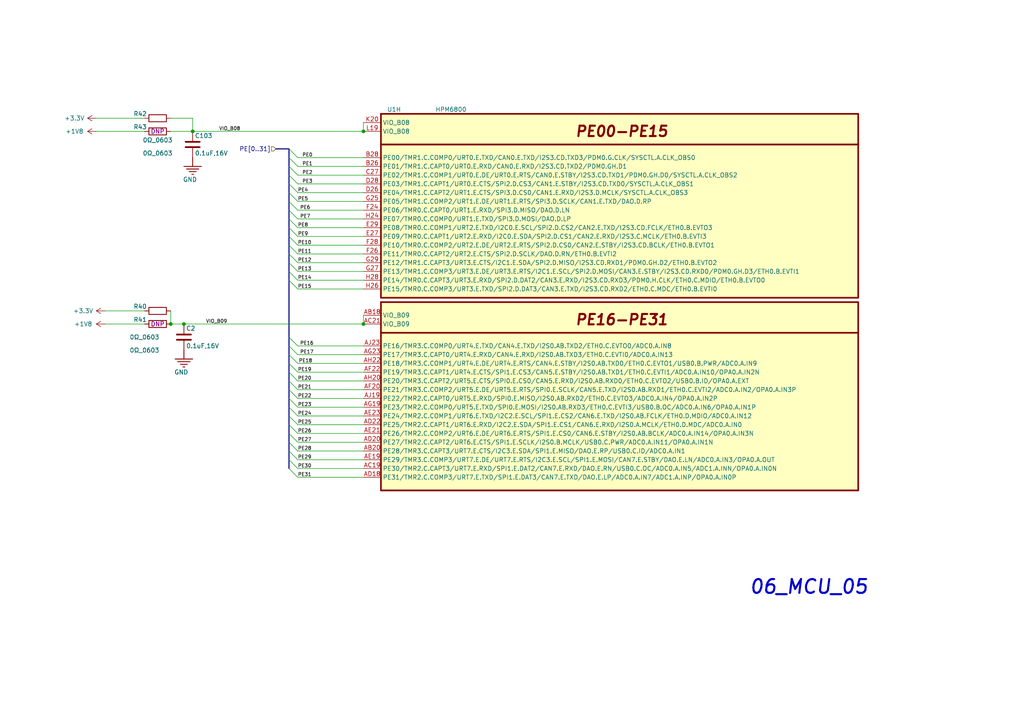
<source format=kicad_sch>
(kicad_sch (version 20230121) (generator eeschema)
  (paper "A4")
  (junction (at 105.41 93.98))
  (junction (at 53.34 93.98))
  (junction (at 55.88 38.1))
  (junction (at 49.53 93.98))
  (junction (at 105.41 38.1))
  (bus_entry (at 83.82 78.74) (size 2.54 2.54))
  (bus_entry (at 83.82 63.5) (size 2.54 2.54))
  (bus_entry (at 83.82 53.34) (size 2.54 2.54))
  (bus_entry (at 83.82 60.96) (size 2.54 2.54))
  (bus_entry (at 83.82 102.87) (size 2.54 2.54))
  (bus_entry (at 83.82 68.58) (size 2.54 2.54))
  (bus_entry (at 83.82 58.42) (size 2.54 2.54))
  (bus_entry (at 83.82 130.81) (size 2.54 2.54))
  (bus_entry (at 83.82 100.33) (size 2.54 2.54))
  (bus_entry (at 83.82 55.88) (size 2.54 2.54))
  (bus_entry (at 83.82 107.95) (size 2.54 2.54))
  (bus_entry (at 83.82 128.27) (size 2.54 2.54))
  (bus_entry (at 83.82 50.8) (size 2.54 2.54))
  (bus_entry (at 83.82 81.28) (size 2.54 2.54))
  (bus_entry (at 83.82 125.73) (size 2.54 2.54))
  (bus_entry (at 83.82 71.12) (size 2.54 2.54))
  (bus_entry (at 83.82 97.79) (size 2.54 2.54))
  (bus_entry (at 83.82 73.66) (size 2.54 2.54))
  (bus_entry (at 83.82 43.18) (size 2.54 2.54))
  (bus_entry (at 83.82 48.26) (size 2.54 2.54))
  (bus_entry (at 83.82 133.35) (size 2.54 2.54))
  (bus_entry (at 83.82 115.57) (size 2.54 2.54))
  (bus_entry (at 83.82 120.65) (size 2.54 2.54))
  (bus_entry (at 83.82 123.19) (size 2.54 2.54))
  (bus_entry (at 83.82 66.04) (size 2.54 2.54))
  (bus_entry (at 83.82 110.49) (size 2.54 2.54))
  (bus_entry (at 83.82 118.11) (size 2.54 2.54))
  (bus_entry (at 83.82 76.2) (size 2.54 2.54))
  (bus_entry (at 83.82 45.72) (size 2.54 2.54))
  (bus_entry (at 83.82 113.03) (size 2.54 2.54))
  (bus_entry (at 83.82 105.41) (size 2.54 2.54))
  (bus_entry (at 83.82 135.89) (size 2.54 2.54))
  (wire (pts (xy 86.36 125.73) (xy 105.41 125.73)) (stroke (width 0.15)))
  (wire (pts (xy 86.36 53.34) (xy 105.41 53.34)) (stroke (width 0.15)))
  (bus (pts (xy 83.82 123.19) (xy 83.82 125.73)))
  (bus (pts (xy 83.82 43.18) (xy 83.82 45.72)))
  (wire (pts (xy 86.36 115.57) (xy 105.41 115.57)) (stroke (width 0.15)))
  (bus (pts (xy 83.82 128.27) (xy 83.82 130.81)))
  (wire (pts (xy 86.36 60.96) (xy 105.41 60.96)) (stroke (width 0.15)))
  (wire (pts (xy 86.36 138.43) (xy 105.41 138.43)))
  (wire (pts (xy 105.41 35.56) (xy 105.41 38.1)) (stroke (width 0.15)))
  (wire (pts (xy 39.37 38.1) (xy 41.91 38.1)))
  (bus (pts (xy 83.82 97.79) (xy 83.82 100.33)))
  (wire (pts (xy 86.36 102.87) (xy 105.41 102.87)))
  (wire (pts (xy 86.36 55.88) (xy 105.41 55.88)))
  (bus (pts (xy 83.82 81.28) (xy 83.82 97.79)))
  (bus (pts (xy 83.82 58.42) (xy 83.82 60.96)))
  (wire (pts (xy 86.36 48.26) (xy 105.41 48.26)))
  (wire (pts (xy 86.36 107.95) (xy 105.41 107.95)) (stroke (width 0.15)))
  (wire (pts (xy 49.53 93.98) (xy 53.34 93.98)) (stroke (width 0.15)))
  (bus (pts (xy 83.82 76.2) (xy 83.82 78.74)))
  (bus (pts (xy 83.82 50.8) (xy 83.82 53.34)))
  (wire (pts (xy 86.36 71.12) (xy 105.41 71.12)) (stroke (width 0.15)))
  (wire (pts (xy 86.36 123.19) (xy 105.41 123.19)))
  (wire (pts (xy 86.36 133.35) (xy 105.41 133.35)) (stroke (width 0.15)))
  (wire (pts (xy 55.88 38.1) (xy 105.41 38.1)) (stroke (width 0.15)))
  (bus (pts (xy 83.82 110.49) (xy 83.82 113.03)))
  (wire (pts (xy 86.36 50.8) (xy 105.41 50.8)) (stroke (width 0.15)))
  (bus (pts (xy 83.82 107.95) (xy 83.82 110.49)))
  (wire (pts (xy 86.36 81.28) (xy 105.41 81.28)))
  (wire (pts (xy 30.48 93.98) (xy 41.91 93.98)) (stroke (width 0.15)))
  (bus (pts (xy 83.82 105.41) (xy 83.82 107.95)))
  (bus (pts (xy 83.82 125.73) (xy 83.82 128.27)))
  (wire (pts (xy 39.37 34.29) (xy 41.91 34.29)))
  (bus (pts (xy 83.82 45.72) (xy 83.82 48.26)))
  (wire (pts (xy 27.94 34.29) (xy 39.37 34.29)) (stroke (width 0.15)))
  (wire (pts (xy 49.53 90.17) (xy 49.53 93.98)) (stroke (width 0.15)))
  (wire (pts (xy 30.48 90.17) (xy 41.91 90.17)) (stroke (width 0.15)))
  (bus (pts (xy 83.82 63.5) (xy 83.82 66.04)))
  (bus (pts (xy 83.82 130.81) (xy 83.82 133.35)))
  (bus (pts (xy 83.82 71.12) (xy 83.82 73.66)))
  (bus (pts (xy 83.82 73.66) (xy 83.82 76.2)))
  (bus (pts (xy 83.82 78.74) (xy 83.82 81.28)))
  (bus (pts (xy 83.82 113.03) (xy 83.82 115.57)))
  (bus (pts (xy 83.82 60.96) (xy 83.82 63.5)))
  (bus (pts (xy 83.82 133.35) (xy 83.82 135.89)))
  (bus (pts (xy 83.82 115.57) (xy 83.82 118.11)))
  (bus (pts (xy 83.82 55.88) (xy 83.82 58.42)))
  (wire (pts (xy 49.53 38.1) (xy 55.88 38.1)))
  (wire (pts (xy 86.36 83.82) (xy 105.41 83.82)))
  (wire (pts (xy 86.36 73.66) (xy 105.41 73.66)) (stroke (width 0.15)))
  (wire (pts (xy 86.36 76.2) (xy 105.41 76.2)) (stroke (width 0.15)))
  (bus (pts (xy 80.01 43.18) (xy 83.82 43.18)))
  (wire (pts (xy 86.36 66.04) (xy 105.41 66.04)))
  (wire (pts (xy 86.36 58.42) (xy 105.41 58.42)))
  (wire (pts (xy 86.36 105.41) (xy 105.41 105.41)))
  (wire (pts (xy 86.36 118.11) (xy 105.41 118.11)))
  (wire (pts (xy 105.41 91.44) (xy 105.41 93.98)) (stroke (width 0.15)))
  (wire (pts (xy 49.53 34.29) (xy 55.88 34.29)))
  (wire (pts (xy 86.36 100.33) (xy 105.41 100.33)))
  (bus (pts (xy 83.82 66.04) (xy 83.82 68.58)))
  (wire (pts (xy 53.34 93.98) (xy 105.41 93.98)) (stroke (width 0.15)))
  (bus (pts (xy 83.82 102.87) (xy 83.82 105.41)))
  (wire (pts (xy 86.36 120.65) (xy 105.41 120.65)))
  (wire (pts (xy 55.88 34.29) (xy 55.88 38.1)) (stroke (width 0.15)))
  (wire (pts (xy 86.36 45.72) (xy 105.41 45.72)))
  (wire (pts (xy 27.94 38.1) (xy 39.37 38.1)) (stroke (width 0.15)))
  (bus (pts (xy 83.82 68.58) (xy 83.82 71.12)))
  (bus (pts (xy 83.82 120.65) (xy 83.82 123.19)))
  (bus (pts (xy 83.82 53.34) (xy 83.82 55.88)))
  (wire (pts (xy 86.36 128.27) (xy 105.41 128.27)) (stroke (width 0.15)))
  (bus (pts (xy 83.82 118.11) (xy 83.82 120.65)))
  (wire (pts (xy 86.36 130.81) (xy 105.41 130.81)) (stroke (width 0.15)))
  (wire (pts (xy 86.36 135.89) (xy 105.41 135.89)))
  (wire (pts (xy 86.36 78.74) (xy 105.41 78.74)) (stroke (width 0.15)))
  (wire (pts (xy 86.36 110.49) (xy 105.41 110.49)))
  (bus (pts (xy 83.82 48.26) (xy 83.82 50.8)))
  (wire (pts (xy 86.36 68.58) (xy 105.41 68.58)))
  (wire (pts (xy 86.36 113.03) (xy 105.41 113.03)) (stroke (width 0.15)))
  (bus (pts (xy 83.82 100.33) (xy 83.82 102.87)))
  (wire (pts (xy 86.36 63.5) (xy 105.41 63.5)) (stroke (width 0.15)))
  (text "06_MCU_05" (at 217.17 172.72 0) (effects (font (size 4 4) (thickness 0.6) bold italic) (justify left bottom)))
  (label "PE0" (at 87.63 45.72 0) (effects (font (size 1 1))) (property "Intersheetrefs" "${INTERSHEET_REFS}" (effects hide)))
  (label "PE26" (at 86.36 125.73 0) (effects (font (size 1 1))))
  (label "PE18" (at 86.614 105.41 0) (effects (font (size 1 1))) (property "Intersheetrefs" "${INTERSHEET_REFS}" (effects hide)))
  (label "PE25" (at 86.36 123.19 0) (effects (font (size 1 1))) (property "Intersheetrefs" "${INTERSHEET_REFS}" (effects hide)))
  (label "VIO_B08" (at 63.5 38.1 0) (effects (font (size 1 1))))
  (label "PE20" (at 86.36 110.49 0) (effects (font (size 1 1))) (property "Intersheetrefs" "${INTERSHEET_REFS}" (effects hide)))
  (label "PE5" (at 86.36 58.42 0) (effects (font (size 1 1))) (property "Intersheetrefs" "${INTERSHEET_REFS}" (effects hide)))
  (label "VIO_B09" (at 59.69 93.98 0) (effects (font (size 1 1))))
  (label "PE17" (at 86.995 102.87 0) (effects (font (size 1 1))) (property "Intersheetrefs" "${INTERSHEET_REFS}" (effects hide)))
  (label "PE29" (at 86.36 133.35 0) (effects (font (size 1 1))))
  (label "PE2" (at 87.63 50.8 0) (effects (font (size 1 1))))
  (label "PE7" (at 86.995 63.5 0) (effects (font (size 1 1))))
  (label "PE21" (at 86.36 113.03 0) (effects (font (size 1 1))))
  (label "PE14" (at 86.36 81.28 0) (effects (font (size 1 1))) (property "Intersheetrefs" "${INTERSHEET_REFS}" (effects hide)))
  (label "PE15" (at 86.36 83.82 0) (effects (font (size 1 1))) (property "Intersheetrefs" "${INTERSHEET_REFS}" (effects hide)))
  (label "PE4" (at 86.36 55.88 0) (effects (font (size 1 1))) (property "Intersheetrefs" "${INTERSHEET_REFS}" (effects hide)))
  (label "PE3" (at 87.63 53.34 0) (effects (font (size 1 1))))
  (label "PE12" (at 86.36 76.2 0) (effects (font (size 1 1))))
  (label "PE19" (at 86.36 107.95 0) (effects (font (size 1 1))))
  (label "PE8" (at 86.36 66.04 0) (effects (font (size 1 1))) (property "Intersheetrefs" "${INTERSHEET_REFS}" (effects hide)))
  (label "PE23" (at 86.36 118.11 0) (effects (font (size 1 1))) (property "Intersheetrefs" "${INTERSHEET_REFS}" (effects hide)))
  (label "PE30" (at 86.36 135.89 0) (effects (font (size 1 1))) (property "Intersheetrefs" "${INTERSHEET_REFS}" (effects hide)))
  (label "PE9" (at 86.36 68.58 0) (effects (font (size 1 1))) (property "Intersheetrefs" "${INTERSHEET_REFS}" (effects hide)))
  (label "PE1" (at 87.63 48.26 0) (effects (font (size 1 1))) (property "Intersheetrefs" "${INTERSHEET_REFS}" (effects hide)))
  (label "PE11" (at 86.36 73.66 0) (effects (font (size 1 1))))
  (label "PE16" (at 86.995 100.33 0) (effects (font (size 1 1))) (property "Intersheetrefs" "${INTERSHEET_REFS}" (effects hide)))
  (label "PE10" (at 86.36 71.12 0) (effects (font (size 1 1))))
  (label "PE28" (at 86.36 130.81 0) (effects (font (size 1 1))))
  (label "PE13" (at 86.36 78.74 0) (effects (font (size 1 1))))
  (label "PE31" (at 86.36 138.43 0) (effects (font (size 1 1))) (property "Intersheetrefs" "${INTERSHEET_REFS}" (effects hide)))
  (label "PE27" (at 86.36 128.27 0) (effects (font (size 1 1))))
  (label "PE24" (at 86.36 120.65 0) (effects (font (size 1 1))) (property "Intersheetrefs" "${INTERSHEET_REFS}" (effects hide)))
  (label "PE22" (at 86.36 115.57 0) (effects (font (size 1 1))))
  (label "PE6" (at 86.995 60.96 0) (effects (font (size 1 1))))
  (hierarchical_label "PE[0..31]" (shape input) (at 80.01 43.18 180))
  (symbol (lib_id "power:+1V8") (at 27.94 38.1 90) (unit 1)
    (property "Reference" "#PWR0218" (effects hide))
    (property "Value" "+1V8" (at 21.59 38.1 90))
  )
  (symbol (lib_id "02_HPM_Resistor:0Ω_0603") (at 45.72 93.98 0) (unit 1)
    (property "Reference" "R41" (at 40.64 92.71 0))
    (property "Value" "0Ω_0603" (at 41.91 101.6 0))
    (property "Footprint" "02_HPM_Resistor:R_0603" (effects hide))
    (property "Model" "0603WAF0000T5E" (effects hide))
    (property "Company" "UNI-ROYAL(厚声)" (effects hide))
    (property "ASSY_OPT" "DNP" (at 45.72 93.98 0))
  )
  (symbol (lib_id "power:+3.3V") (at 27.94 34.29 90) (unit 1)
    (property "Reference" "#PWR0219" (effects hide))
    (property "Value" "+3.3V" (at 21.59 34.29 90))
  )
  (symbol (lib_id "power:+3.3V") (at 30.48 90.17 90) (unit 1)
    (property "Reference" "#PWR0221" (effects hide))
    (property "Value" "+3.3V" (at 24.13 90.17 90))
  )
  (symbol (lib_id "02_HPM_Resistor:0Ω_0603") (at 45.72 90.17 0) (unit 1)
    (property "Reference" "R40" (at 40.64 88.9 0))
    (property "Value" "0Ω_0603" (at 41.91 97.79 0))
    (property "Footprint" "02_HPM_Resistor:R_0603_1608Metric" (effects hide))
    (property "Model" "0603WAF0000T5E" (effects hide))
    (property "Company" "UNI-ROYAL(厚声)" (effects hide))
  )
  (symbol (lib_name "0.1uF,16V_1") (lib_id "03_HPM_Capacitance:0.1uF,16V") (at 53.34 97.79 0) (unit 1)
    (property "Reference" "C2" (at 53.975 95.25 0) (effects (justify left)))
    (property "Value" "0.1uF,16V" (at 53.975 100.33 0) (effects (justify left)))
    (property "Footprint" "03_HPM_Capacitance:C_0402" (effects hide))
    (property "Model" "CL05B104KO5NNNC" (effects hide))
    (property "Company" "SAMSUNG(三星)" (effects hide))
  )
  (symbol (lib_id "02_HPM_Resistor:0Ω_0603") (at 45.72 34.29 0) (unit 1)
    (property "Reference" "R42" (at 40.64 33.02 0))
    (property "Value" "0Ω_0603" (at 45.72 40.64 0))
    (property "Footprint" "02_HPM_Resistor:R_0603_1608Metric" (effects hide))
    (property "Model" "0603WAF0000T5E" (effects hide))
    (property "Company" "UNI-ROYAL(厚声)" (effects hide))
  )
  (symbol (lib_id "power:+1V8") (at 30.48 93.98 90) (unit 1)
    (property "Reference" "#PWR0220" (effects hide))
    (property "Value" "+1V8" (at 24.13 93.98 90))
  )
  (symbol (lib_id "02_HPM_Resistor:0Ω_0603") (at 45.72 38.1 0) (unit 1)
    (property "Reference" "R43" (at 40.64 36.83 0))
    (property "Value" "0Ω_0603" (at 45.72 44.45 0))
    (property "Footprint" "02_HPM_Resistor:R_0603" (effects hide))
    (property "Model" "0603WAF0000T5E" (effects hide))
    (property "Company" "UNI-ROYAL(厚声)" (effects hide))
    (property "ASSY_OPT" "DNP" (at 45.72 38.1 0))
  )
  (symbol (lib_id "333-altium-import:GND") (at 53.34 101.6 0) (unit 1)
    (property "Reference" "#PWR013" (effects hide))
    (property "Value" "GND" (at 54.61 107.95 0) (effects (justify right)))
  )
  (symbol (lib_id "333-altium-import:GND") (at 55.88 45.72 0) (unit 1)
    (property "Reference" "#PWR012" (effects hide))
    (property "Value" "GND" (at 57.15 52.07 0) (effects (justify right)))
  )
  (symbol (lib_id "03_HPM_Capacitance:0.1uF,16V") (at 55.88 41.91 0) (unit 1)
    (property "Reference" "C103" (at 56.515 39.37 0) (effects (justify left)))
    (property "Value" "0.1uF,16V" (at 56.515 44.45 0) (effects (justify left)))
    (property "Footprint" "03_HPM_Capacitance:C_0402" (effects hide))
    (property "Model" "CL05B104KO5NNNC" (effects hide))
    (property "Company" "SAMSUNG(三星)" (effects hide))
  )
  (symbol (lib_id "00_HPM6800_Library:HPM6880IBD1") (at 248.92 33.02 0) (unit 8)
    (property "Reference" "U1" (at 114.3 31.75 0))
    (property "Value" "HPM6800" (at 130.81 31.75 0))
    (property "Footprint" "00_HPM_Library:BGA_417" (effects hide))
    (property "Company" "HPM" (effects hide))
  )
)
</source>
